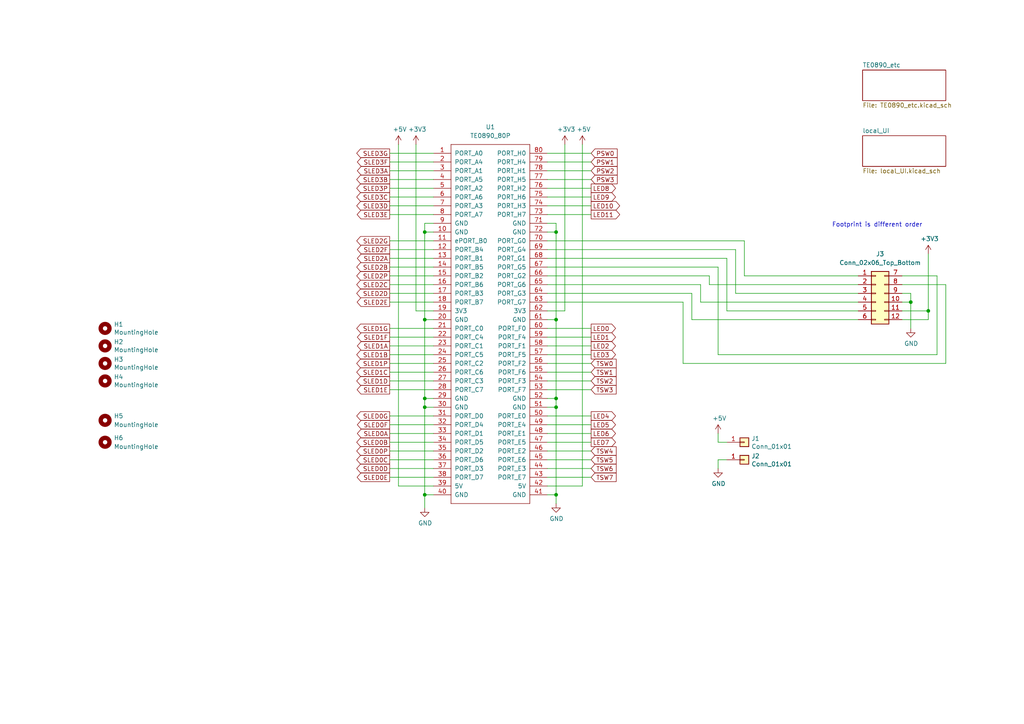
<source format=kicad_sch>
(kicad_sch (version 20211123) (generator eeschema)
  (paper "A4")
  (title_block (title "mifune/TE0890/local board") (date "2020-10-04") (rev "0.1") (comment 1 "Masayuki Takagiwa") (comment 2 "https://github.com/takagiwa/mifune") (comment 4 "GPLv2"))
  (lib_symbols
    (symbol "Connector_Generic:Conn_01x01" (pin_names (offset 1.016) hide)
      (property "Reference" "J" (at 0 2.54 0))
      (property "Value" "Conn_01x01" (at 0 -2.54 0))
      (symbol "Conn_01x01_1_1"
        (rectangle (start -1.27 0.127) (end 0 -0.127) (stroke (width 0.1524)))
        (rectangle (start -1.27 1.27) (end 1.27 -1.27) (stroke (width 0.254)) (fill (type background)))
        (pin passive line (at -5.08 0 0) (length 3.81) (name "Pin_1") (number "1"))
      )
    )
    (symbol "Connector_Generic:Conn_02x06_Top_Bottom" (pin_names (offset 1.016) hide)
      (property "Reference" "J" (at 1.27 7.62 0))
      (property "Value" "Conn_02x06_Top_Bottom" (at 1.27 -10.16 0))
      (symbol "Conn_02x06_Top_Bottom_1_1"
        (rectangle (start -1.27 -7.493) (end 0 -7.747) (stroke (width 0.1524)))
        (rectangle (start -1.27 -4.953) (end 0 -5.207) (stroke (width 0.1524)))
        (rectangle (start -1.27 -2.413) (end 0 -2.667) (stroke (width 0.1524)))
        (rectangle (start -1.27 0.127) (end 0 -0.127) (stroke (width 0.1524)))
        (rectangle (start -1.27 2.667) (end 0 2.413) (stroke (width 0.1524)))
        (rectangle (start -1.27 5.207) (end 0 4.953) (stroke (width 0.1524)))
        (rectangle (start -1.27 6.35) (end 3.81 -8.89) (stroke (width 0.254)) (fill (type background)))
        (rectangle (start 3.81 -7.493) (end 2.54 -7.747) (stroke (width 0.1524)))
        (rectangle (start 3.81 -4.953) (end 2.54 -5.207) (stroke (width 0.1524)))
        (rectangle (start 3.81 -2.413) (end 2.54 -2.667) (stroke (width 0.1524)))
        (rectangle (start 3.81 0.127) (end 2.54 -0.127) (stroke (width 0.1524)))
        (rectangle (start 3.81 2.667) (end 2.54 2.413) (stroke (width 0.1524)))
        (rectangle (start 3.81 5.207) (end 2.54 4.953) (stroke (width 0.1524)))
        (pin passive line (at -5.08 5.08 0) (length 3.81) (name "Pin_1") (number "1"))
        (pin passive line (at 7.62 -2.54 180) (length 3.81) (name "Pin_10") (number "10"))
        (pin passive line (at 7.62 -5.08 180) (length 3.81) (name "Pin_11") (number "11"))
        (pin passive line (at 7.62 -7.62 180) (length 3.81) (name "Pin_12") (number "12"))
        (pin passive line (at -5.08 2.54 0) (length 3.81) (name "Pin_2") (number "2"))
        (pin passive line (at -5.08 0 0) (length 3.81) (name "Pin_3") (number "3"))
        (pin passive line (at -5.08 -2.54 0) (length 3.81) (name "Pin_4") (number "4"))
        (pin passive line (at -5.08 -5.08 0) (length 3.81) (name "Pin_5") (number "5"))
        (pin passive line (at -5.08 -7.62 0) (length 3.81) (name "Pin_6") (number "6"))
        (pin passive line (at 7.62 5.08 180) (length 3.81) (name "Pin_7") (number "7"))
        (pin passive line (at 7.62 2.54 180) (length 3.81) (name "Pin_8") (number "8"))
        (pin passive line (at 7.62 0 180) (length 3.81) (name "Pin_9") (number "9"))
      )
    )
    (symbol "Mechanical:MountingHole" (pin_names (offset 1.016))
      (property "Reference" "H" (at 0 5.08 0))
      (property "Value" "MountingHole" (at 0 3.175 0))
      (symbol "MountingHole_0_1"
        (circle (center 0 0) (radius 1.27) (stroke (width 1.27)))
      )
    )
    (symbol "TE0890:TE0890_80P" (pin_names (offset 1.016))
      (property "Reference" "U" (at 0 52.07 0))
      (property "Value" "TE0890_80P" (at 0 -55.88 0))
      (symbol "TE0890_80P_0_0"
        (pin passive line (at -16.51 48.26 0) (length 5.08) (name "PORT_A0") (number "1"))
        (pin power_in line (at -16.51 25.4 0) (length 5.08) (name "GND") (number "10"))
        (pin passive line (at -16.51 22.86 0) (length 5.08) (name "ePORT_B0") (number "11"))
        (pin passive line (at -16.51 20.32 0) (length 5.08) (name "PORT_B4") (number "12"))
        (pin passive line (at -16.51 17.78 0) (length 5.08) (name "PORT_B1") (number "13"))
        (pin passive line (at -16.51 15.24 0) (length 5.08) (name "PORT_B5") (number "14"))
        (pin passive line (at -16.51 12.7 0) (length 5.08) (name "PORT_B2") (number "15"))
        (pin passive line (at -16.51 10.16 0) (length 5.08) (name "PORT_B6") (number "16"))
        (pin passive line (at -16.51 7.62 0) (length 5.08) (name "PORT_B3") (number "17"))
        (pin passive line (at -16.51 5.08 0) (length 5.08) (name "PORT_B7") (number "18"))
        (pin power_out line (at -16.51 2.54 0) (length 5.08) (name "3V3") (number "19"))
        (pin passive line (at -16.51 45.72 0) (length 5.08) (name "PORT_A4") (number "2"))
        (pin power_in line (at -16.51 0 0) (length 5.08) (name "GND") (number "20"))
        (pin passive line (at -16.51 -2.54 0) (length 5.08) (name "PORT_C0") (number "21"))
        (pin passive line (at -16.51 -5.08 0) (length 5.08) (name "PORT_C4") (number "22"))
        (pin passive line (at -16.51 -7.62 0) (length 5.08) (name "PORT_C1") (number "23"))
        (pin passive line (at -16.51 -10.16 0) (length 5.08) (name "PORT_C5") (number "24"))
        (pin passive line (at -16.51 -12.7 0) (length 5.08) (name "PORT_C2") (number "25"))
        (pin passive line (at -16.51 -15.24 0) (length 5.08) (name "PORT_C6") (number "26"))
        (pin passive line (at -16.51 -17.78 0) (length 5.08) (name "PORT_C3") (number "27"))
        (pin passive line (at -16.51 -20.32 0) (length 5.08) (name "PORT_C7") (number "28"))
        (pin power_in line (at -16.51 -22.86 0) (length 5.08) (name "GND") (number "29"))
        (pin passive line (at -16.51 43.18 0) (length 5.08) (name "PORT_A1") (number "3"))
        (pin power_in line (at -16.51 -25.4 0) (length 5.08) (name "GND") (number "30"))
        (pin passive line (at -16.51 -27.94 0) (length 5.08) (name "PORT_D0") (number "31"))
        (pin passive line (at -16.51 -30.48 0) (length 5.08) (name "PORT_D4") (number "32"))
        (pin passive line (at -16.51 -33.02 0) (length 5.08) (name "PORT_D1") (number "33"))
        (pin passive line (at -16.51 -35.56 0) (length 5.08) (name "PORT_D5") (number "34"))
        (pin passive line (at -16.51 -38.1 0) (length 5.08) (name "PORT_D2") (number "35"))
        (pin passive line (at -16.51 -40.64 0) (length 5.08) (name "PORT_D6") (number "36"))
        (pin passive line (at -16.51 -43.18 0) (length 5.08) (name "PORT_D3") (number "37"))
        (pin passive line (at -16.51 -45.72 0) (length 5.08) (name "PORT_D7") (number "38"))
        (pin power_in line (at -16.51 -48.26 0) (length 5.08) (name "5V") (number "39"))
        (pin passive line (at -16.51 40.64 0) (length 5.08) (name "PORT_A5") (number "4"))
        (pin power_in line (at -16.51 -50.8 0) (length 5.08) (name "GND") (number "40"))
        (pin power_in line (at 16.51 -50.8 180) (length 5.08) (name "GND") (number "41"))
        (pin power_in line (at 16.51 -48.26 180) (length 5.08) (name "5V") (number "42"))
        (pin passive line (at 16.51 -45.72 180) (length 5.08) (name "PORT_E7") (number "43"))
        (pin passive line (at 16.51 -43.18 180) (length 5.08) (name "PORT_E3") (number "44"))
        (pin passive line (at 16.51 -40.64 180) (length 5.08) (name "PORT_E6") (number "45"))
        (pin passive line (at 16.51 -38.1 180) (length 5.08) (name "PORT_E2") (number "46"))
        (pin passive line (at 16.51 -35.56 180) (length 5.08) (name "PORT_E5") (number "47"))
        (pin passive line (at 16.51 -33.02 180) (length 5.08) (name "PORT_E1") (number "48"))
        (pin passive line (at 16.51 -30.48 180) (length 5.08) (name "PORT_E4") (number "49"))
        (pin passive line (at -16.51 38.1 0) (length 5.08) (name "PORT_A2") (number "5"))
        (pin passive line (at 16.51 -27.94 180) (length 5.08) (name "PORT_E0") (number "50"))
        (pin power_in line (at 16.51 -25.4 180) (length 5.08) (name "GND") (number "51"))
        (pin power_in line (at 16.51 -22.86 180) (length 5.08) (name "GND") (number "52"))
        (pin passive line (at 16.51 -20.32 180) (length 5.08) (name "PORT_F7") (number "53"))
        (pin passive line (at 16.51 -17.78 180) (length 5.08) (name "PORT_F3") (number "54"))
        (pin passive line (at 16.51 -15.24 180) (length 5.08) (name "PORT_F6") (number "55"))
        (pin passive line (at 16.51 -12.7 180) (length 5.08) (name "PORT_F2") (number "56"))
        (pin passive line (at 16.51 -10.16 180) (length 5.08) (name "PORT_F5") (number "57"))
        (pin passive line (at 16.51 -7.62 180) (length 5.08) (name "PORT_F1") (number "58"))
        (pin passive line (at 16.51 -5.08 180) (length 5.08) (name "PORT_F4") (number "59"))
        (pin passive line (at -16.51 35.56 0) (length 5.08) (name "PORT_A6") (number "6"))
        (pin passive line (at 16.51 -2.54 180) (length 5.08) (name "PORT_F0") (number "60"))
        (pin power_in line (at 16.51 0 180) (length 5.08) (name "GND") (number "61"))
        (pin power_out line (at 16.51 2.54 180) (length 5.08) (name "3V3") (number "62"))
        (pin passive line (at 16.51 5.08 180) (length 5.08) (name "PORT_G7") (number "63"))
        (pin passive line (at 16.51 7.62 180) (length 5.08) (name "PORT_G3") (number "64"))
        (pin passive line (at 16.51 10.16 180) (length 5.08) (name "PORT_G6") (number "65"))
        (pin passive line (at 16.51 12.7 180) (length 5.08) (name "PORT_G2") (number "66"))
        (pin passive line (at 16.51 15.24 180) (length 5.08) (name "PORT_G5") (number "67"))
        (pin passive line (at 16.51 17.78 180) (length 5.08) (name "PORT_G1") (number "68"))
        (pin passive line (at 16.51 20.32 180) (length 5.08) (name "PORT_G4") (number "69"))
        (pin passive line (at -16.51 33.02 0) (length 5.08) (name "PORT_A3") (number "7"))
        (pin passive line (at 16.51 22.86 180) (length 5.08) (name "PORT_G0") (number "70"))
        (pin power_in line (at 16.51 27.94 180) (length 5.08) (name "GND") (number "71"))
        (pin power_in line (at 16.51 25.4 180) (length 5.08) (name "GND") (number "72"))
        (pin passive line (at 16.51 30.48 180) (length 5.08) (name "PORT_H7") (number "73"))
        (pin passive line (at 16.51 33.02 180) (length 5.08) (name "PORT_H3") (number "74"))
        (pin passive line (at 16.51 35.56 180) (length 5.08) (name "PORT_H6") (number "75"))
        (pin passive line (at 16.51 38.1 180) (length 5.08) (name "PORT_H2") (number "76"))
        (pin passive line (at 16.51 40.64 180) (length 5.08) (name "PORT_H5") (number "77"))
        (pin passive line (at 16.51 43.18 180) (length 5.08) (name "PORT_H1") (number "78"))
        (pin passive line (at 16.51 45.72 180) (length 5.08) (name "PORT_H4") (number "79"))
        (pin passive line (at -16.51 30.48 0) (length 5.08) (name "PORT_A7") (number "8"))
        (pin passive line (at 16.51 48.26 180) (length 5.08) (name "PORT_H0") (number "80"))
        (pin power_in line (at -16.51 27.94 0) (length 5.08) (name "GND") (number "9"))
      )
      (symbol "TE0890_80P_0_1"
        (rectangle (start -11.43 -53.34) (end 11.43 -53.34))
        (rectangle (start -11.43 50.8) (end -11.43 -53.34))
        (rectangle (start -11.43 50.8) (end 11.43 50.8))
        (rectangle (start 11.43 -53.34) (end 11.43 50.8))
      )
    )
    (symbol "power:+3.3V" (power) (pin_names (offset 0))
      (property "Value" "+3.3V" (at 0 3.556 0))
      (symbol "+3.3V_0_1"
        (polyline (pts (xy -0.762 1.27) (xy 0 2.54)))
        (polyline (pts (xy 0 0) (xy 0 2.54)))
        (polyline (pts (xy 0 2.54) (xy 0.762 1.27)))
      )
      (symbol "+3.3V_1_1"
        (pin power_in line (at 0 0 90) (length 0) hide (name "+3V3") (number "1"))
      )
    )
    (symbol "power:+5V" (power) (pin_names (offset 0))
      (property "Value" "+5V" (at 0 3.556 0))
      (symbol "+5V_0_1"
        (polyline (pts (xy -0.762 1.27) (xy 0 2.54)))
        (polyline (pts (xy 0 0) (xy 0 2.54)))
        (polyline (pts (xy 0 2.54) (xy 0.762 1.27)))
      )
      (symbol "+5V_1_1"
        (pin power_in line (at 0 0 90) (length 0) hide (name "+5V") (number "1"))
      )
    )
    (symbol "power:GND" (power) (pin_names (offset 0))
      (property "Value" "GND" (at 0 -3.81 0))
      (symbol "GND_0_1"
        (polyline (pts (xy 0 0) (xy 0 -1.27) (xy 1.27 -1.27) (xy 0 -2.54) (xy -1.27 -1.27) (xy 0 -1.27)))
      )
      (symbol "GND_1_1"
        (pin power_in line (at 0 0 270) (length 0) hide (name "GND") (number "1"))
      )
    )
  )
  (junction (at 123.19 115.57))
  (junction (at 123.19 67.31))
  (junction (at 123.19 92.71))
  (junction (at 123.19 143.51))
  (junction (at 161.29 143.51))
  (junction (at 161.29 118.11))
  (junction (at 161.29 115.57))
  (junction (at 161.29 92.71))
  (junction (at 264.16 87.63))
  (junction (at 161.29 67.31))
  (junction (at 269.24 90.17))
  (junction (at 123.19 118.11))
  (wire (pts (xy 171.45 105.41) (xy 158.75 105.41)))
  (wire (pts (xy 161.29 64.77) (xy 161.29 67.31)))
  (wire (pts (xy 125.73 102.87) (xy 113.03 102.87)))
  (wire (pts (xy 261.62 80.01) (xy 271.78 80.01)))
  (wire (pts (xy 198.12 87.63) (xy 158.75 87.63)))
  (wire (pts (xy 248.92 85.09) (xy 213.36 85.09)))
  (wire (pts (xy 125.73 133.35) (xy 113.03 133.35)))
  (wire (pts (xy 113.03 100.33) (xy 125.73 100.33)))
  (wire (pts (xy 198.12 105.41) (xy 198.12 87.63)))
  (wire (pts (xy 161.29 118.11) (xy 161.29 143.51)))
  (wire (pts (xy 203.2 87.63) (xy 203.2 82.55)))
  (wire (pts (xy 115.57 41.91) (xy 115.57 140.97)))
  (wire (pts (xy 208.28 77.47) (xy 158.75 77.47)))
  (wire (pts (xy 158.75 113.03) (xy 171.45 113.03)))
  (wire (pts (xy 161.29 67.31) (xy 158.75 67.31)))
  (wire (pts (xy 171.45 120.65) (xy 158.75 120.65)))
  (wire (pts (xy 125.73 57.15) (xy 113.03 57.15)))
  (wire (pts (xy 125.73 123.19) (xy 113.03 123.19)))
  (wire (pts (xy 208.28 102.87) (xy 208.28 77.47)))
  (wire (pts (xy 158.75 69.85) (xy 215.9 69.85)))
  (wire (pts (xy 269.24 90.17) (xy 269.24 73.66)))
  (wire (pts (xy 248.92 82.55) (xy 205.74 82.55)))
  (wire (pts (xy 125.73 107.95) (xy 113.03 107.95)))
  (wire (pts (xy 125.73 82.55) (xy 113.03 82.55)))
  (wire (pts (xy 163.83 90.17) (xy 158.75 90.17)))
  (wire (pts (xy 125.73 87.63) (xy 113.03 87.63)))
  (wire (pts (xy 171.45 100.33) (xy 158.75 100.33)))
  (wire (pts (xy 171.45 110.49) (xy 158.75 110.49)))
  (wire (pts (xy 210.82 133.35) (xy 208.28 133.35)))
  (wire (pts (xy 158.75 85.09) (xy 200.66 85.09)))
  (wire (pts (xy 248.92 90.17) (xy 210.82 90.17)))
  (wire (pts (xy 123.19 115.57) (xy 123.19 118.11)))
  (wire (pts (xy 113.03 44.45) (xy 125.73 44.45)))
  (wire (pts (xy 215.9 80.01) (xy 248.92 80.01)))
  (wire (pts (xy 158.75 123.19) (xy 171.45 123.19)))
  (wire (pts (xy 158.75 64.77) (xy 161.29 64.77)))
  (wire (pts (xy 123.19 115.57) (xy 125.73 115.57)))
  (wire (pts (xy 261.62 92.71) (xy 269.24 92.71)))
  (wire (pts (xy 163.83 41.91) (xy 163.83 90.17)))
  (wire (pts (xy 158.75 62.23) (xy 171.45 62.23)))
  (wire (pts (xy 158.75 92.71) (xy 161.29 92.71)))
  (wire (pts (xy 158.75 140.97) (xy 168.91 140.97)))
  (wire (pts (xy 158.75 57.15) (xy 171.45 57.15)))
  (wire (pts (xy 271.78 102.87) (xy 208.28 102.87)))
  (wire (pts (xy 261.62 82.55) (xy 274.32 82.55)))
  (wire (pts (xy 171.45 135.89) (xy 158.75 135.89)))
  (wire (pts (xy 158.75 133.35) (xy 171.45 133.35)))
  (wire (pts (xy 125.73 128.27) (xy 113.03 128.27)))
  (wire (pts (xy 125.73 118.11) (xy 123.19 118.11)))
  (wire (pts (xy 158.75 102.87) (xy 171.45 102.87)))
  (wire (pts (xy 113.03 135.89) (xy 125.73 135.89)))
  (wire (pts (xy 158.75 74.93) (xy 210.82 74.93)))
  (wire (pts (xy 158.75 118.11) (xy 161.29 118.11)))
  (wire (pts (xy 125.73 52.07) (xy 113.03 52.07)))
  (wire (pts (xy 123.19 118.11) (xy 123.19 143.51)))
  (wire (pts (xy 261.62 87.63) (xy 264.16 87.63)))
  (wire (pts (xy 161.29 92.71) (xy 161.29 115.57)))
  (wire (pts (xy 158.75 80.01) (xy 205.74 80.01)))
  (wire (pts (xy 271.78 80.01) (xy 271.78 102.87)))
  (wire (pts (xy 120.65 90.17) (xy 125.73 90.17)))
  (wire (pts (xy 264.16 87.63) (xy 264.16 95.25)))
  (wire (pts (xy 123.19 67.31) (xy 125.73 67.31)))
  (wire (pts (xy 113.03 95.25) (xy 125.73 95.25)))
  (wire (pts (xy 113.03 74.93) (xy 125.73 74.93)))
  (wire (pts (xy 210.82 74.93) (xy 210.82 90.17)))
  (wire (pts (xy 113.03 69.85) (xy 125.73 69.85)))
  (wire (pts (xy 161.29 143.51) (xy 161.29 146.05)))
  (wire (pts (xy 171.45 125.73) (xy 158.75 125.73)))
  (wire (pts (xy 203.2 82.55) (xy 158.75 82.55)))
  (wire (pts (xy 123.19 143.51) (xy 125.73 143.51)))
  (wire (pts (xy 158.75 128.27) (xy 171.45 128.27)))
  (wire (pts (xy 208.28 133.35) (xy 208.28 135.89)))
  (wire (pts (xy 261.62 85.09) (xy 264.16 85.09)))
  (wire (pts (xy 161.29 115.57) (xy 158.75 115.57)))
  (wire (pts (xy 208.28 125.73) (xy 208.28 128.27)))
  (wire (pts (xy 125.73 138.43) (xy 113.03 138.43)))
  (wire (pts (xy 171.45 44.45) (xy 158.75 44.45)))
  (wire (pts (xy 113.03 54.61) (xy 125.73 54.61)))
  (wire (pts (xy 123.19 64.77) (xy 123.19 67.31)))
  (wire (pts (xy 208.28 128.27) (xy 210.82 128.27)))
  (wire (pts (xy 123.19 67.31) (xy 123.19 92.71)))
  (wire (pts (xy 125.73 77.47) (xy 113.03 77.47)))
  (wire (pts (xy 120.65 41.91) (xy 120.65 90.17)))
  (wire (pts (xy 274.32 82.55) (xy 274.32 105.41)))
  (wire (pts (xy 113.03 120.65) (xy 125.73 120.65)))
  (wire (pts (xy 274.32 105.41) (xy 198.12 105.41)))
  (wire (pts (xy 248.92 87.63) (xy 203.2 87.63)))
  (wire (pts (xy 171.45 49.53) (xy 158.75 49.53)))
  (wire (pts (xy 125.73 46.99) (xy 113.03 46.99)))
  (wire (pts (xy 158.75 52.07) (xy 171.45 52.07)))
  (wire (pts (xy 264.16 85.09) (xy 264.16 87.63)))
  (wire (pts (xy 269.24 92.71) (xy 269.24 90.17)))
  (wire (pts (xy 125.73 64.77) (xy 123.19 64.77)))
  (wire (pts (xy 113.03 85.09) (xy 125.73 85.09)))
  (wire (pts (xy 205.74 82.55) (xy 205.74 80.01)))
  (wire (pts (xy 158.75 97.79) (xy 171.45 97.79)))
  (wire (pts (xy 113.03 110.49) (xy 125.73 110.49)))
  (wire (pts (xy 123.19 92.71) (xy 123.19 115.57)))
  (wire (pts (xy 168.91 140.97) (xy 168.91 41.91)))
  (wire (pts (xy 125.73 113.03) (xy 113.03 113.03)))
  (wire (pts (xy 115.57 140.97) (xy 125.73 140.97)))
  (wire (pts (xy 158.75 143.51) (xy 161.29 143.51)))
  (wire (pts (xy 113.03 49.53) (xy 125.73 49.53)))
  (wire (pts (xy 125.73 62.23) (xy 113.03 62.23)))
  (wire (pts (xy 123.19 143.51) (xy 123.19 147.32)))
  (wire (pts (xy 171.45 130.81) (xy 158.75 130.81)))
  (wire (pts (xy 171.45 54.61) (xy 158.75 54.61)))
  (wire (pts (xy 113.03 105.41) (xy 125.73 105.41)))
  (wire (pts (xy 261.62 90.17) (xy 269.24 90.17)))
  (wire (pts (xy 215.9 80.01) (xy 215.9 69.85)))
  (wire (pts (xy 125.73 72.39) (xy 113.03 72.39)))
  (wire (pts (xy 125.73 97.79) (xy 113.03 97.79)))
  (wire (pts (xy 161.29 67.31) (xy 161.29 92.71)))
  (wire (pts (xy 171.45 59.69) (xy 158.75 59.69)))
  (wire (pts (xy 213.36 72.39) (xy 213.36 85.09)))
  (wire (pts (xy 158.75 46.99) (xy 171.45 46.99)))
  (wire (pts (xy 158.75 138.43) (xy 171.45 138.43)))
  (wire (pts (xy 125.73 92.71) (xy 123.19 92.71)))
  (wire (pts (xy 248.92 92.71) (xy 200.66 92.71)))
  (wire (pts (xy 161.29 115.57) (xy 161.29 118.11)))
  (wire (pts (xy 113.03 130.81) (xy 125.73 130.81)))
  (wire (pts (xy 113.03 125.73) (xy 125.73 125.73)))
  (wire (pts (xy 113.03 80.01) (xy 125.73 80.01)))
  (wire (pts (xy 171.45 95.25) (xy 158.75 95.25)))
  (wire (pts (xy 158.75 107.95) (xy 171.45 107.95)))
  (wire (pts (xy 213.36 72.39) (xy 158.75 72.39)))
  (wire (pts (xy 200.66 92.71) (xy 200.66 85.09)))
  (wire (pts (xy 113.03 59.69) (xy 125.73 59.69)))
  (text "Footprint is different order" (at 241.3 66.04 0) (effects (font (size 1.27 1.27)) (justify left bottom)))
  (global_label "SLED3B" (shape output) (at 113.03 52.07 180) (property "シート間のリファレンス" "${INTERSHEET_REFS}" (effects hide)))
  (global_label "LED3" (shape output) (at 171.45 102.87 0) (property "シート間のリファレンス" "${INTERSHEET_REFS}" (effects hide)))
  (global_label "LED6" (shape output) (at 171.45 125.73 0) (property "シート間のリファレンス" "${INTERSHEET_REFS}" (effects hide)))
  (global_label "SLED1F" (shape output) (at 113.03 97.79 180) (property "シート間のリファレンス" "${INTERSHEET_REFS}" (effects hide)))
  (global_label "TSW0" (shape input) (at 171.45 105.41 0) (property "シート間のリファレンス" "${INTERSHEET_REFS}" (effects hide)))
  (global_label "SLED1D" (shape output) (at 113.03 110.49 180) (property "シート間のリファレンス" "${INTERSHEET_REFS}" (effects hide)))
  (global_label "SLED0G" (shape output) (at 113.03 120.65 180) (property "シート間のリファレンス" "${INTERSHEET_REFS}" (effects hide)))
  (global_label "TSW6" (shape input) (at 171.45 135.89 0) (property "シート間のリファレンス" "${INTERSHEET_REFS}" (effects hide)))
  (global_label "LED4" (shape output) (at 171.45 120.65 0) (property "シート間のリファレンス" "${INTERSHEET_REFS}" (effects hide)))
  (global_label "SLED2A" (shape output) (at 113.03 74.93 180) (property "シート間のリファレンス" "${INTERSHEET_REFS}" (effects hide)))
  (global_label "LED5" (shape output) (at 171.45 123.19 0) (property "シート間のリファレンス" "${INTERSHEET_REFS}" (effects hide)))
  (global_label "LED11" (shape output) (at 171.45 62.23 0) (property "シート間のリファレンス" "${INTERSHEET_REFS}" (effects hide)))
  (global_label "SLED3E" (shape output) (at 113.03 62.23 180) (property "シート間のリファレンス" "${INTERSHEET_REFS}" (effects hide)))
  (global_label "SLED3F" (shape output) (at 113.03 46.99 180) (property "シート間のリファレンス" "${INTERSHEET_REFS}" (effects hide)))
  (global_label "LED10" (shape output) (at 171.45 59.69 0) (property "シート間のリファレンス" "${INTERSHEET_REFS}" (effects hide)))
  (global_label "SLED2E" (shape output) (at 113.03 87.63 180) (property "シート間のリファレンス" "${INTERSHEET_REFS}" (effects hide)))
  (global_label "SLED2P" (shape output) (at 113.03 80.01 180) (property "シート間のリファレンス" "${INTERSHEET_REFS}" (effects hide)))
  (global_label "SLED2G" (shape output) (at 113.03 69.85 180) (property "シート間のリファレンス" "${INTERSHEET_REFS}" (effects hide)))
  (global_label "SLED0P" (shape output) (at 113.03 130.81 180) (property "シート間のリファレンス" "${INTERSHEET_REFS}" (effects hide)))
  (global_label "SLED1A" (shape output) (at 113.03 100.33 180) (property "シート間のリファレンス" "${INTERSHEET_REFS}" (effects hide)))
  (global_label "LED9" (shape output) (at 171.45 57.15 0) (property "シート間のリファレンス" "${INTERSHEET_REFS}" (effects hide)))
  (global_label "LED1" (shape output) (at 171.45 97.79 0) (property "シート間のリファレンス" "${INTERSHEET_REFS}" (effects hide)))
  (global_label "SLED3A" (shape output) (at 113.03 49.53 180) (property "シート間のリファレンス" "${INTERSHEET_REFS}" (effects hide)))
  (global_label "TSW3" (shape input) (at 171.45 113.03 0) (property "シート間のリファレンス" "${INTERSHEET_REFS}" (effects hide)))
  (global_label "TSW5" (shape input) (at 171.45 133.35 0) (property "シート間のリファレンス" "${INTERSHEET_REFS}" (effects hide)))
  (global_label "TSW2" (shape input) (at 171.45 110.49 0) (property "シート間のリファレンス" "${INTERSHEET_REFS}" (effects hide)))
  (global_label "PSW3" (shape input) (at 171.45 52.07 0) (property "シート間のリファレンス" "${INTERSHEET_REFS}" (effects hide)))
  (global_label "SLED1B" (shape output) (at 113.03 102.87 180) (property "シート間のリファレンス" "${INTERSHEET_REFS}" (effects hide)))
  (global_label "SLED2F" (shape output) (at 113.03 72.39 180) (property "シート間のリファレンス" "${INTERSHEET_REFS}" (effects hide)))
  (global_label "TSW1" (shape input) (at 171.45 107.95 0) (property "シート間のリファレンス" "${INTERSHEET_REFS}" (effects hide)))
  (global_label "SLED1P" (shape output) (at 113.03 105.41 180) (property "シート間のリファレンス" "${INTERSHEET_REFS}" (effects hide)))
  (global_label "SLED3P" (shape output) (at 113.03 54.61 180) (property "シート間のリファレンス" "${INTERSHEET_REFS}" (effects hide)))
  (global_label "LED8" (shape output) (at 171.45 54.61 0) (property "シート間のリファレンス" "${INTERSHEET_REFS}" (effects hide)))
  (global_label "SLED0A" (shape output) (at 113.03 125.73 180) (property "シート間のリファレンス" "${INTERSHEET_REFS}" (effects hide)))
  (global_label "SLED0C" (shape output) (at 113.03 133.35 180) (property "シート間のリファレンス" "${INTERSHEET_REFS}" (effects hide)))
  (global_label "SLED3D" (shape output) (at 113.03 59.69 180) (property "シート間のリファレンス" "${INTERSHEET_REFS}" (effects hide)))
  (global_label "SLED0B" (shape output) (at 113.03 128.27 180) (property "シート間のリファレンス" "${INTERSHEET_REFS}" (effects hide)))
  (global_label "SLED0D" (shape output) (at 113.03 135.89 180) (property "シート間のリファレンス" "${INTERSHEET_REFS}" (effects hide)))
  (global_label "PSW2" (shape input) (at 171.45 49.53 0) (property "シート間のリファレンス" "${INTERSHEET_REFS}" (effects hide)))
  (global_label "SLED3C" (shape output) (at 113.03 57.15 180) (property "シート間のリファレンス" "${INTERSHEET_REFS}" (effects hide)))
  (global_label "TSW4" (shape input) (at 171.45 130.81 0) (property "シート間のリファレンス" "${INTERSHEET_REFS}" (effects hide)))
  (global_label "SLED2D" (shape output) (at 113.03 85.09 180) (property "シート間のリファレンス" "${INTERSHEET_REFS}" (effects hide)))
  (global_label "LED7" (shape output) (at 171.45 128.27 0) (property "シート間のリファレンス" "${INTERSHEET_REFS}" (effects hide)))
  (global_label "SLED2B" (shape output) (at 113.03 77.47 180) (property "シート間のリファレンス" "${INTERSHEET_REFS}" (effects hide)))
  (global_label "PSW0" (shape input) (at 171.45 44.45 0) (property "シート間のリファレンス" "${INTERSHEET_REFS}" (effects hide)))
  (global_label "LED0" (shape output) (at 171.45 95.25 0) (property "シート間のリファレンス" "${INTERSHEET_REFS}" (effects hide)))
  (global_label "SLED0F" (shape output) (at 113.03 123.19 180) (property "シート間のリファレンス" "${INTERSHEET_REFS}" (effects hide)))
  (global_label "SLED2C" (shape output) (at 113.03 82.55 180) (property "シート間のリファレンス" "${INTERSHEET_REFS}" (effects hide)))
  (global_label "SLED0E" (shape output) (at 113.03 138.43 180) (property "シート間のリファレンス" "${INTERSHEET_REFS}" (effects hide)))
  (global_label "SLED1G" (shape output) (at 113.03 95.25 180) (property "シート間のリファレンス" "${INTERSHEET_REFS}" (effects hide)))
  (global_label "SLED1C" (shape output) (at 113.03 107.95 180) (property "シート間のリファレンス" "${INTERSHEET_REFS}" (effects hide)))
  (global_label "PSW1" (shape input) (at 171.45 46.99 0) (property "シート間のリファレンス" "${INTERSHEET_REFS}" (effects hide)))
  (global_label "TSW7" (shape input) (at 171.45 138.43 0) (property "シート間のリファレンス" "${INTERSHEET_REFS}" (effects hide)))
  (global_label "SLED3G" (shape output) (at 113.03 44.45 180) (property "シート間のリファレンス" "${INTERSHEET_REFS}" (effects hide)))
  (global_label "SLED1E" (shape output) (at 113.03 113.03 180) (property "シート間のリファレンス" "${INTERSHEET_REFS}" (effects hide)))
  (global_label "LED2" (shape output) (at 171.45 100.33 0) (property "シート間のリファレンス" "${INTERSHEET_REFS}" (effects hide)))
  (symbol (lib_id "power:GND") (at 123.19 147.32 0) (unit 1)
    (property "Reference" "#PWR03" (effects hide))
    (property "Value" "GND" (at 123.317 151.7142 0))
  )
  (symbol (lib_id "power:GND") (at 161.29 146.05 0) (unit 1)
    (property "Reference" "#PWR04" (effects hide))
    (property "Value" "GND" (at 161.417 150.4442 0))
  )
  (symbol (lib_id "power:+3.3V") (at 120.65 41.91 0) (unit 1)
    (property "Reference" "#PWR02" (effects hide))
    (property "Value" "+3.3V" (at 121.031 37.5158 0))
  )
  (symbol (lib_id "power:+5V") (at 115.57 41.91 0) (unit 1)
    (property "Reference" "#PWR01" (effects hide))
    (property "Value" "+5V" (at 115.951 37.5158 0))
  )
  (symbol (lib_id "power:+3.3V") (at 163.83 41.91 0) (unit 1)
    (property "Reference" "#PWR05" (effects hide))
    (property "Value" "+3.3V" (at 164.211 37.5158 0))
  )
  (symbol (lib_id "power:+5V") (at 168.91 41.91 0) (unit 1)
    (property "Reference" "#PWR06" (effects hide))
    (property "Value" "+5V" (at 169.291 37.5158 0))
  )
  (symbol (lib_id "Mechanical:MountingHole") (at 30.48 95.25 0) (unit 1)
    (property "Reference" "H1" (at 33.02 94.0816 0) (effects (justify left)))
    (property "Value" "MountingHole" (at 33.02 96.393 0) (effects (justify left)))
    (property "Footprint" "MountingHole:MountingHole_3.2mm_M3" (effects hide))
  )
  (symbol (lib_id "Mechanical:MountingHole") (at 30.48 100.33 0) (unit 1)
    (property "Reference" "H2" (at 33.02 99.1616 0) (effects (justify left)))
    (property "Value" "MountingHole" (at 33.02 101.473 0) (effects (justify left)))
    (property "Footprint" "MountingHole:MountingHole_3.2mm_M3" (effects hide))
  )
  (symbol (lib_id "Mechanical:MountingHole") (at 30.48 105.41 0) (unit 1)
    (property "Reference" "H3" (at 33.02 104.2416 0) (effects (justify left)))
    (property "Value" "MountingHole" (at 33.02 106.553 0) (effects (justify left)))
    (property "Footprint" "MountingHole:MountingHole_3.2mm_M3" (effects hide))
  )
  (symbol (lib_id "Mechanical:MountingHole") (at 30.48 110.49 0) (unit 1)
    (property "Reference" "H4" (at 33.02 109.3216 0) (effects (justify left)))
    (property "Value" "MountingHole" (at 33.02 111.633 0) (effects (justify left)))
    (property "Footprint" "MountingHole:MountingHole_3.2mm_M3" (effects hide))
  )
  (symbol (lib_id "power:+5V") (at 208.28 125.73 0) (unit 1)
    (property "Reference" "#PWR07" (effects hide))
    (property "Value" "+5V" (at 208.661 121.3358 0))
  )
  (symbol (lib_id "power:GND") (at 208.28 135.89 0) (unit 1)
    (property "Reference" "#PWR08" (effects hide))
    (property "Value" "GND" (at 208.407 140.2842 0))
  )
  (symbol (lib_id "Connector_Generic:Conn_01x01") (at 215.9 128.27 0) (unit 1)
    (property "Reference" "J1" (at 217.932 127.2032 0) (effects (justify left)))
    (property "Value" "Conn_01x01" (at 217.932 129.5146 0) (effects (justify left)))
    (property "Footprint" "TestPoint:TestPoint_THTPad_D1.5mm_Drill0.7mm" (effects hide))
  )
  (symbol (lib_id "Connector_Generic:Conn_01x01") (at 215.9 133.35 0) (unit 1)
    (property "Reference" "J2" (at 217.932 132.2832 0) (effects (justify left)))
    (property "Value" "Conn_01x01" (at 217.932 134.5946 0) (effects (justify left)))
    (property "Footprint" "TestPoint:TestPoint_THTPad_D1.5mm_Drill0.7mm" (effects hide))
  )
  (symbol (lib_id "Mechanical:MountingHole") (at 30.48 128.27 0) (unit 1)
    (property "Reference" "H6" (at 33.02 126.9999 0) (effects (justify left)))
    (property "Value" "MountingHole" (at 33.02 129.5399 0) (effects (justify left)))
    (property "Footprint" "MountingHole:MountingHole_3.5mm" (effects hide))
  )
  (symbol (lib_id "TE0890:TE0890_80P") (at 142.24 92.71 0) (unit 1)
    (property "Reference" "U1" (at 142.24 36.83 0))
    (property "Value" "TE0890_80P" (at 142.24 39.37 0))
    (property "Footprint" "TE0890:TE0890_80pin" (effects hide))
  )
  (symbol (lib_id "power:GND") (at 264.16 95.25 0) (unit 1)
    (property "Reference" "#PWR09" (effects hide))
    (property "Value" "GND" (at 264.287 99.6442 0))
  )
  (symbol (lib_id "Connector_Generic:Conn_02x06_Top_Bottom") (at 254 85.09 0) (unit 1)
    (property "Reference" "J3" (at 255.27 73.66 0))
    (property "Value" "Conn_02x06_Top_Bottom" (at 255.27 76.2 0))
    (property "Footprint" "Connector_PinSocket_2.54mm:PinSocket_2x06_P2.54mm_Vertical" (effects hide))
  )
  (symbol (lib_id "power:+3.3V") (at 269.24 73.66 0) (unit 1)
    (property "Reference" "#PWR010" (effects hide))
    (property "Value" "+3.3V" (at 269.621 69.2658 0))
  )
  (symbol (lib_id "Mechanical:MountingHole") (at 30.48 121.92 0) (unit 1)
    (property "Reference" "H5" (at 33.02 120.6499 0) (effects (justify left)))
    (property "Value" "MountingHole" (at 33.02 123.1899 0) (effects (justify left)))
    (property "Footprint" "MountingHole:MountingHole_3.5mm" (effects hide))
  )
  (sheet (at 250.19 20.32) (size 24.13 8.89)
    (property "Sheet name" "TE0890_etc" (at 250.19 19.6084 0) (effects (justify left bottom)))
    (property "Sheet file" "TE0890_etc.kicad_sch" (at 250.19 29.7946 0) (effects (justify left top)))
  )
  (sheet (at 250.19 39.37) (size 24.13 8.89)
    (property "Sheet name" "local_UI" (at 250.19 38.6584 0) (effects (justify left bottom)))
    (property "Sheet file" "local_UI.kicad_sch" (at 250.19 48.8446 0) (effects (justify left top)))
  )
)
</source>
